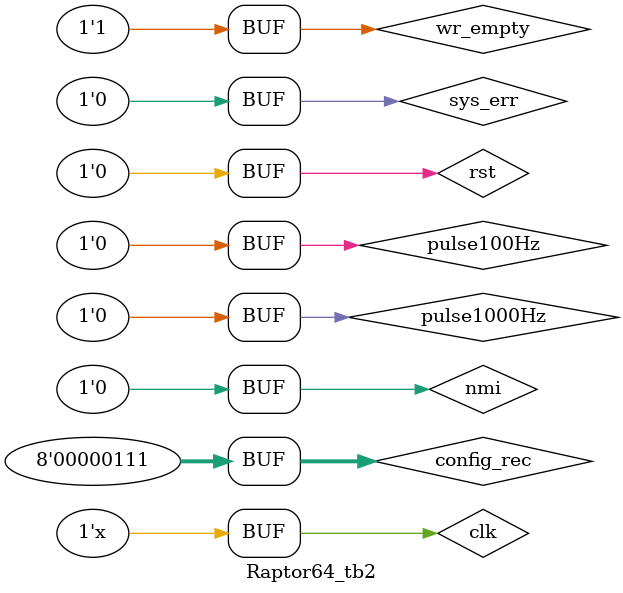
<source format=v>
module Raptor64_tb2();
parameter IDLE = 8'd1;
parameter DOCMD = 8'd2;

reg clk;
reg rst;
reg nmi;
wire sys_iocyc;
wire sys_cyc;
wire sys_stb;
wire sys_we;
wire [7:0] sys_sel;
wire [63:0] sys_adr;
wire [63:0] sys_dbo;
wire [63:0] sys_dbi;
wire sys_ack;
wire sys_err = 1'b0;
reg [7:0] cnt;
wire wr_empty = 1'b1;
wire wr_full;
reg [63:0] romout;
wire stk_ack;
wire scr_ack;
wire br_ack;
wire [63:0] br_dato;
wire [63:0] stk_dato;
wire [63:0] scr_dato;
wire [15:0] tc_dato;
wire [15:0] pic_dato;
wire tc_ack;
wire pic_ack;
reg pulse1000Hz,pulse100Hz;
wire [7:0] config_rec;
reg [7:0] config_reco;
//wire sm_ack;
wire [7:0] sm_dato;
wire [8:0] vecno;
wire [2:0] cpu_cti;

wire uart_ack = sys_iocyc && sys_stb && (sys_adr[23:8]==16'hDC_0A);
wire rast_ack = sys_iocyc && sys_stb && (sys_adr[23:8]==16'hDA_01);
wire AC97_ack = sys_iocyc && sys_stb && (sys_adr[23:8]==16'hDC_10);
wire spr_ack =  sys_iocyc && sys_stb && (sys_adr[23:16]==8'hD8);
wire Led_ack =  sys_iocyc && sys_stb && (sys_adr[23:8]==16'hDC_06);
wire dt_ack  =  sys_iocyc && sys_stb && (sys_adr[23:8]==16'hDC_04);
wire p100ack =  sys_iocyc && sys_stb && (sys_adr[23:0]==24'hDCFFFC);
wire p1000ack =  sys_iocyc && sys_stb && (sys_adr[23:0]==24'hDCFFFD);
wire config_rec_ack = sys_iocyc && sys_stb && sys_adr[23:3]==21'b1101_1100_1111_1111_1111_0;
wire perr_ack = sys_iocyc && sys_stb && sys_adr[23:0]==24'hDCFFFE;
wire tmp_ack = sys_iocyc && sys_stb && (sys_adr[23:8]==16'hDC03);
wire sm_ack =  sys_iocyc && sys_stb && (sys_adr[23:16]==8'hDB);
wire mmu_ack = sys_iocyc && sys_stb && (sys_adr[23:12]==12'hDC4);

//assign ram_ack = sys_cyc && sys_stb && (sys_adr[63:32]==32'd1);

assign config_rec = 8'b0000_0111;

always @(config_rec_ack)
	config_reco <= config_rec_ack ? config_rec : 8'd0;

wire cs_ram = sys_cyc && sys_stb && (sys_adr[63:32]==32'd1);
reg [63:0] sysram [0:16000];
always @(posedge clk)
if (cs_ram & sys_we) begin
	$display("Wrote ram[%h]=%h", sys_adr, sys_dbo);
	sysram[sys_adr[15:3]] <= sys_dbo;
end
wire [63:0] ramo = cs_ram ? sysram[sys_adr[15:3]] : 64'd0;
reg ack1,ack2,ack3,ack4,ack5,ack6,ack7,ack8;
always @(posedge clk)
begin
	ack1 <= cs_ram;
	ack2 <= ack1 & cs_ram;
	ack3 <= ack2 & cs_ram;
	ack4 <= ack3 & cs_ram;
	ack5 <= ack4 & cs_ram;
	ack6 <= ack5 & cs_ram;
	ack7 <= ack6 & cs_ram;
	ack8 <= ack7 & cs_ram;
end
wire ram_ack = cs_ram & ack8;

assign sys_ack = br_ack|stk_ack|scr_ack|tc_ack|pic_ack|ram_ack|uart_ack|rast_ack|
	AC97_ack|spr_ack|Led_ack|dt_ack|
	p100ack|p1000ack|config_rec_ack|tmp_ack|perr_ack|sm_ack|mmu_ack;
 
initial begin
	clk = 1;
	pulse1000Hz = 0;
	pulse100Hz = 0;
	rst = 0;
	nmi = 0;
	#100 rst = 1;
	#100 rst = 0;
	#800 nmi = 1;
	#100 nmi = 0;
end

always #20 clk = ~clk;	//  25 MHz
always #29930 pulse1000Hz = 1;
always #130 pulse1000Hz = 0;
always #299030 pulse100Hz = 1;
always #130 pulse100Hz = 0;


reg pulse1000HzB,pulse100HzB;
always @(posedge clk)
if (rst) begin
	pulse1000HzB <= 1'b0;
	pulse100HzB <= 1'b0;
end
else begin
	if (pulse1000Hz)
		pulse1000HzB <= 1'b1;
	else begin
	if (p1000ack)
		pulse1000HzB <= 1'b0;
	end
	if (pulse100Hz)
		pulse100HzB <= 1'b1;
	else begin
	if (p100ack)
		pulse100HzB <= 1'b0;
	end
end

sema_mem usm
(
	.rst_i(rst),
	.clk_i(clk),
	.cyc_i(sys_iocyc),
	.stb_i(sys_stb),
	.ack_o(sm_ack),
	.we_i(sys_we),
	.adr_i(sys_adr[23:0]),
	.dat_i(sys_dbo[7:0]),
	.dat_o(sm_dato)
);


rtfTextController tc1
(
	.rst_i(rst),
	.clk_i(clk),
	.cyc_i(sys_iocyc),
	.stb_i(sys_stb),
	.ack_o(tc_ack),
	.we_i(sys_we),
	.sel_i(sys_sel[1:0]|sys_sel[3:2]|sys_sel[5:4]|sys_sel[7:6]),
	.adr_i(sys_adr),
	.dat_i(sys_dbo[15:0]),
	.dat_o(tc_dato),
	.lp(),
	.curpos(),
	.vclk(),
	.hsync(),
	.vsync(),
	.blank(),
	.border(),
	.rgbIn(),
	.rgbOut()
);

scratchmem u_sc
(
	.clk_i(clk),
	.cyc_i(sys_cyc),
	.stb_i(sys_stb),
	.ack_o(scr_ack),
	.we_i(sys_we),
	.sel_i(sys_sel),
	.adr_i(sys_adr),
	.dat_i(sys_dbo),
	.dat_o(scr_dato)
);

stkmem u_stk
(
	.clk_i(clk),
	.cyc_i(sys_cyc),
	.stb_i(sys_stb),
	.ack_o(stk_ack),
	.we_i(sys_we),
	.adr_i(sys_adr),
	.dat_i(sys_dbo),
	.dat_o(stk_dato)
);

bootrom u_br
(
	.clk_i(clk),
	.cti_i(cpu_cti),
	.cyc_i(sys_cyc),
	.stb_i(sys_stb),
	.ack_o(br_ack),
	.adr_i(sys_adr),
	.dat_o(br_dato)
);


RaptorPIC u_pic
(
	.rst_i(rst),		// reset
	.clk_i(clk),	// system clock
	.cyc_i(sys_iocyc),	// cycle valid
	.stb_i(sys_stb),	// strobe
	.ack_o(pic_ack),	// transfer acknowledge
	.we_i(sys_we),		// write
	.sel_i(sys_sel[1:0]|sys_sel[3:2]|sys_sel[5:4]|sys_sel[7:6]),			// byte select
	.adr_i(sys_adr),	// address
	.dat_i(sys_dbo[15:0]),
	.dat_o(pic_dato),
	.vol_o(),			// volatile register selected
	.i1(),
	.i2(pulse1000HzB),
	.i3(pulse100HzB),
	.i4(), .i5(), .i6(), .i7(),
	.i8(), .i9(), .i10(), .i11(), .i12(), .i13(), .i14(),
	.i15(),
	.irqo(cpu_irq),	// normally connected to the processor irq
	.nmii(nmi),		// nmi input connected to nmi requester
	.nmio(cpu_nmi),	// normally connected to the nmi of cpu
	.vecno(vecno)
);



reg [63:0] keybdout;
always @(sys_adr)
	if (sys_adr==24'hDC_0000) begin
		$display ("keyboard=FF");
		keybdout <= 64'hFFFF_FFFF_FFFF_FFFF;
	end
	else
		keybdout <= 64'd0;
	
always @(sys_adr)
case(sys_adr)// | 64'hFFFF_FFFF_FFFF_0000)
64'hFFFFFFFFFFFFE800:	romout <= 64'h000030000000000A;
64'hFFFFFFFFFFFFE808:	romout <= 64'h0BEFFFEFFF800000;
64'hFFFFFFFFFFFFE810:	romout <= 64'hFFE920C7FFFFFA66;
64'hFFFFFFFFFFFFE818:	romout <= 64'h0000000004031FFF;
64'hFFFFFFFFFFFFE820:	romout <= 64'h001050A3000000CE;
64'hFFFFFFFFFFFFE828:	romout <= 64'h1080600041462018;
64'hFFFFFFFFFFFFE830:	romout <= 64'h001058A300000020;
64'hFFFFFFFFFFFFE838:	romout <= 64'h1080400041662018;
64'hFFFFFFFFFFFFE840:	romout <= 64'h0002210804000416;
64'hFFFFFFFFFFFFE848:	romout <= 64'h0000000000DBE218;
64'hFFFFFFFFFFFFE850:	romout <= 64'hFFEBD10806000414;
64'hFFFFFFFFFFFFE858:	romout <= 64'h0C7FFFFFAE131FFF;
64'hFFFFFFFFFFFFE860:	romout <= 64'h0010618800000416;
64'hFFFFFFFFFFFFE868:	romout <= 64'h0A1FFFFE90062000;
64'hFFFFFFFFFFFFE870:	romout <= 64'hFFEF94E1FFFFFFFF;
64'hFFFFFFFFFFFFE878:	romout <= 64'h00802000AA831FFF;
64'hFFFFFFFFFFFFE880:	romout <= 64'h50C842F840000129;
64'hFFFFFFFFFFFFE888:	romout <= 64'h008400008A9285D9;
64'hFFFFFFFFFFFFE890:	romout <= 64'h72EA6008400009A9;
64'hFFFFFFFFFFFFE898:	romout <= 64'h00840000929287FB;
64'hFFFFFFFFFFFFE8A0:	romout <= 64'hFFF2440840000A29;
64'hFFFFFFFFFFFFE8A8:	romout <= 64'h2F80000002A33FFF;
64'hFFFFFFFFFFFFE8B0:	romout <= 64'h00000C3FBC000018;
64'hFFFFFFFFFFFFE8B8:	romout <= 64'h0A2FFFFE8F09FD00;
64'hFFFFFFFFFFFFE8C0:	romout <= 64'h0003210082000000;
64'hFFFFFFFFFFFFE8C8:	romout <= 64'h0C7FFFFFA58BE100;
64'hFFFFFFFFFFFFE8D0:	romout <= 64'hFFFE282884000001;
64'hFFFFFFFFFFFFE8D8:	romout <= 64'h27740000003BE007;
64'hFFFFFFFFFFFFE8E0:	romout <= 64'h000000DFBE000018;
64'hFFFFFFFFFFFFE8E8:	romout <= 64'h37800000000DE000;
64'hFFFFFFFFFFFFE8F0:	romout <= 64'h6F57206F6C6C6548;
64'hFFFFFFFFFFFFE8F8:	romout <= 64'h0000000021646C72;
64'hFFFFFFFFFFFFE900:	romout <= 64'h3436726F74706152;
64'hFFFFFFFFFFFFE908:	romout <= 64'h206D657473797320;
64'hFFFFFFFFFFFFE910:	romout <= 64'h676E697472617473;
64'hFFFFFFFFFFFFE918:	romout <= 64'h000000002E2E2E2E;
64'hFFFFFFFFFFFFE920:	romout <= 64'h703FC8A1FFFF8007;
64'hFFFFFFFFFFFFE928:	romout <= 64'h0DFBE0000009200F;
64'hFFFFFFFFFFFFE930:	romout <= 64'h0000003FBC000008;
64'hFFFFFFFFFFFFE938:	romout <= 64'h0A1FFDC0A0067E18;
64'hFFFFFFFFFFFFE940:	romout <= 64'h0000060046000001;
64'hFFFFFFFFFFFFE948:	romout <= 64'h2F8C000000814318;
64'hFFFFFFFFFFFFE950:	romout <= 64'h0000011F86000000;
64'hFFFFFFFFFFFFE958:	romout <= 64'h0DFBE00000880108;
64'hFFFFFFFFFFFFE960:	romout <= 64'h0000203FBC000010;
64'hFFFFFFFFFFFFE968:	romout <= 64'h19F8600000067E10;
64'hFFFFFFFFFFFFE970:	romout <= 64'h000004A3FFDC0A00;
64'hFFFFFFFFFFFFE978:	romout <= 64'h0508400004080310;
64'hFFFFFFFFFFFFE980:	romout <= 64'h000002F881FFFFA8;
64'hFFFFFFFFFFFFE988:	romout <= 64'h11F8600000090308;
64'hFFFFFFFFFFFFE990:	romout <= 64'h0000411F84000008;
64'hFFFFFFFFFFFFE998:	romout <= 64'h1800000045037EF8;
64'hFFFFFFFFFFFFE9A0:	romout <= 64'h0000058000000451;
64'hFFFFFFFFFFFFE9A8:	romout <= 64'h1800200041A28400;
64'hFFFFFFFFFFFFE9B0:	romout <= 64'h000060DFBE000000;
64'hFFFFFFFFFFFFE9B8:	romout <= 64'h27F000000070FEF0;
64'hFFFFFFFFFFFFE9C0:	romout <= 64'h00003D2802000450;
64'hFFFFFFFFFFFFE9C8:	romout <= 64'h0A30000044014108;
64'hFFFFFFFFFFFFE9D0:	romout <= 64'h700000E300000000;
64'hFFFFFFFFFFFFE9D8:	romout <= 64'h24801DC000282017;
64'hFFFFFFFFFFFFE9E0:	romout <= 64'h000005A8C2200010;
64'hFFFFFFFFFFFFE9E8:	romout <= 64'h0504200000F0A108;
64'hFFFFFFFFFFFFE9F0:	romout <= 64'h0011458002000450;
64'hFFFFFFFFFFFFE9F8:	romout <= 64'h2F8440001094A010;
64'hFFFFFFFFFFFFEA00:	romout <= 64'h00003C2884000001;
64'hFFFFFFFFFFFFEA08:	romout <= 64'h1800400045114210;
64'hFFFFFFFFFFFFEA10:	romout <= 64'h0000627700000007;
64'hFFFFFFFFFFFFEA18:	romout <= 64'h0DFBE0000000BEF0;
64'hFFFFFFFFFFFFEA20:	romout <= 64'h000001800200041A;
64'hFFFFFFFFFFFFEA28:	romout <= 64'h03FBC00001037EF8;
64'hFFFFFFFFFFFFEA30:	romout <= 64'h0011467F00000006;
64'hFFFFFFFFFFFFEA38:	romout <= 64'h128020004504A010;
64'hFFFFFFFFFFFFEA40:	romout <= 64'h000002F844000148;
64'hFFFFFFFFFFFFEA48:	romout <= 64'h1A8C410000528C00;
64'hFFFFFFFFFFFFEA50:	romout <= 64'h00003C2884000001;
64'hFFFFFFFFFFFFEA58:	romout <= 64'h1800400045114210;
64'hFFFFFFFFFFFFEA60:	romout <= 64'h0000427700000006;
64'hFFFFFFFFFFFFEA68:	romout <= 64'h0A1FFFFFFFF37EF8;
64'hFFFFFFFFFFFFEA70:	romout <= 64'h0000427700000006;
64'hFFFFFFFFFFFFEA78:	romout <= 64'h1280200045137EF8;
64'hFFFFFFFFFFFFEA80:	romout <= 64'h0002A12804000450;
64'hFFFFFFFFFFFFEA88:	romout <= 64'h0A100000001BE110;
64'hFFFFFFFFFFFFEA90:	romout <= 64'h400028DFBE000000;
64'hFFFFFFFFFFFFEA98:	romout <= 64'h0DFBE00000004108;
64'hFFFFFFFFFFFFEAA0:	romout <= 64'h0000083FBC000010;
64'hFFFFFFFFFFFFEAA8:	romout <= 64'h0A2FFDC00009FD00;
64'hFFFFFFFFFFFFEAB0:	romout <= 64'h0000060082000000;
64'hFFFFFFFFFFFFEAB8:	romout <= 64'h20080000002BE100;
64'hFFFFFFFFFFFFEAC0:	romout <= 64'h00106850420000FF;
64'hFFFFFFFFFFFFEAC8:	romout <= 64'h2F8800000C840010;
64'hFFFFFFFFFFFFEAD0:	romout <= 64'hFFED4AC04514000D;
64'hFFFFFFFFFFFFEAD8:	romout <= 64'h2774000000231FFF;
64'hFFFFFFFFFFFFEAE0:	romout <= 64'h000060DFBE000010;
64'hFFFFFFFFFFFFEAE8:	romout <= 64'h27F400000030FEF0;
64'hFFFFFFFFFFFFEAF0:	romout <= 64'h0000051802000400;
64'hFFFFFFFFFFFFEAF8:	romout <= 64'h1980200040008108;
64'hFFFFFFFFFFFFEB00:	romout <= 64'h000378A2FFD00000;
64'hFFFFFFFFFFFFEB08:	romout <= 64'h0284200000142208;
64'hFFFFFFFFFFFFEB10:	romout <= 64'hFC000188820000DE;
64'hFFFFFFFFFFFFEB18:	romout <= 64'h1180200040042007;
64'hFFFFFFFFFFFFEB20:	romout <= 64'h400100504200007F;
64'hFFFFFFFFFFFFEB28:	romout <= 64'h0C7FFFFFACEB2100;
64'hFFFFFFFFFFFFEB30:	romout <= 64'h0000627740000003;
64'hFFFFFFFFFFFFEB38:	romout <= 64'h03FBC00002037EF8;
64'hFFFFFFFFFFFFEB40:	romout <= 64'hFFED0A7F40000007;
64'hFFFFFFFFFFFFEB48:	romout <= 64'h0284201000031FFF;
64'hFFFFFFFFFFFFEB50:	romout <= 64'h0000050844000000;
64'hFFFFFFFFFFFFEB58:	romout <= 64'h188440000000A210;
64'hFFFFFFFFFFFFEB60:	romout <= 64'h0003211804000408;
64'hFFFFFFFFFFFFEB68:	romout <= 64'h10806000414BE110;
64'hFFFFFFFFFFFFEB70:	romout <= 64'h0010218886000000;
64'hFFFFFFFFFFFFEB78:	romout <= 64'h2774000000766008;
64'hFFFFFFFFFFFFEB80:	romout <= 64'h0000A0DFBE000020;
64'hFFFFFFFFFFFFEB88:	romout <= 64'h27F4000000F0FEF0;
64'hFFFFFFFFFFFFEB90:	romout <= 64'h000C00A100000554;
64'hFFFFFFFFFFFFEB98:	romout <= 64'h0104420001828800;
64'hFFFFFFFFFFFFEBA0:	romout <= 64'hA4A4A41004400009;
64'hFFFFFFFFFFFFEBA8:	romout <= 64'h0A300200000284A4;
64'hFFFFFFFFFFFFEBB0:	romout <= 64'h000000E300000001;
64'hFFFFFFFFFFFFEBB8:	romout <= 64'h028C600000464308;
64'hFFFFFFFFFFFFEBC0:	romout <= 64'h00003EF805FFFFAF;
64'hFFFFFFFFFFFFEBC8:	romout <= 64'h0DFBE0000289DD00;
64'hFFFFFFFFFFFFEBD0:	romout <= 64'h00003C3FBC000028;
64'hFFFFFFFFFFFFEBD8:	romout <= 64'h0A3FFDA00009FD00;
64'hFFFFFFFFFFFFEBE0:	romout <= 64'h00000908C2000000;
64'hFFFFFFFFFFFFEBE8:	romout <= 64'h0104420001842310;
64'hFFFFFFFFFFFFEBF0:	romout <= 64'h001050A100000020;
64'hFFFFFFFFFFFFEBF8:	romout <= 64'h0C7FFFFFB3242020;
64'hFFFFFFFFFFFFEC00:	romout <= 64'h000000A3FFD00000;
64'hFFFFFFFFFFFFEC08:	romout <= 64'h188C801000062308;
64'hFFFFFFFFFFFFEC10:	romout <= 64'hFFFEBC28C6000002;
64'hFFFFFFFFFFFFEC18:	romout <= 64'h2774000000FBE017;
64'hFFFFFFFFFFFFEC20:	romout <= 64'h0000A0DFBE000028;
64'hFFFFFFFFFFFFEC28:	romout <= 64'h27F4000000F0FEF0;
64'hFFFFFFFFFFFFEC30:	romout <= 64'h000000A3FFDA0000;
64'hFFFFFFFFFFFFEC38:	romout <= 64'h108C400000242308;
64'hFFFFFFFFFFFFEC40:	romout <= 64'h8000141044200018;
64'hFFFFFFFFFFFFEC48:	romout <= 64'h0A3FFD0000004208;
64'hFFFFFFFFFFFFEC50:	romout <= 64'h000001A8C2400001;
64'hFFFFFFFFFFFFEC58:	romout <= 64'h028C600000262320;
64'hFFFFFFFFFFFFEC60:	romout <= 64'h680002F805FFFF8F;
64'hFFFFFFFFFFFFEC68:	romout <= 64'h108C200000228FFF;
64'hFFFFFFFFFFFFEC70:	romout <= 64'hFFEC843842000001;
64'hFFFFFFFFFFFFEC78:	romout <= 64'h2774000000F31FFF;
64'hFFFFFFFFFFFFEC80:	romout <= 64'h000060DFBE000028;
64'hFFFFFFFFFFFFEC88:	romout <= 64'h27F000000070FEF0;
64'hFFFFFFFFFFFFEC90:	romout <= 64'h000000A3FFDA0000;
64'hFFFFFFFFFFFFEC98:	romout <= 64'h0108230001842310;
64'hFFFFFFFFFFFFECA0:	romout <= 64'h40000018C6080000;
64'hFFFFFFFFFFFFECA8:	romout <= 64'h0A1000000200A31F;
64'hFFFFFFFFFFFFECB0:	romout <= 64'h00000988C2000000;
64'hFFFFFFFFFFFFECB8:	romout <= 64'h2F80400000F0A318;
64'hFFFFFFFFFFFFECC0:	romout <= 64'h0000627700000007;
64'hFFFFFFFFFFFFECC8:	romout <= 64'h050420000FF37EF8;
64'hFFFFFFFFFFFFECD0:	romout <= 64'h60016AA040180041;
64'hFFFFFFFFFFFFECD8:	romout <= 64'h2B84018007AAC100;
64'hFFFFFFFFFFFFECE0:	romout <= 64'h000182A040080061;
64'hFFFFFFFFFFFFECE8:	romout <= 64'h058420001000C108;
64'hFFFFFFFFFFFFECF0:	romout <= 64'h0003FCDFBE000000;
64'hFFFFFFFFFFFFECF8:	romout <= 64'h2B84014001A14108;
64'hFFFFFFFFFFFFED00:	romout <= 64'h000000284200003C;
64'hFFFFFFFFFFFFED08:	romout <= 64'h1080200041637EF8;
64'hFFFFFFFFFFFFED10:	romout <= 64'h680000504200007F;
64'hFFFFFFFFFFFFED18:	romout <= 64'h208C400000028FFF;
64'hFFFFFFFFFFFFED20:	romout <= 64'h0010601082200018;
64'hFFFFFFFFFFFFED28:	romout <= 64'h0504200007F42008;
64'hFFFFFFFFFFFFED30:	romout <= 64'h0000581082200003;
64'hFFFFFFFFFFFFED38:	romout <= 64'h0188408000092310;
64'hFFFFFFFFFFFFED40:	romout <= 64'h0000002883D00000;
64'hFFFFFFFFFFFFED48:	romout <= 64'h2C84018000D37EF8;
64'hFFFFFFFFFFFFED50:	romout <= 64'h0000018800000418;
64'hFFFFFFFFFFFFED58:	romout <= 64'h2C84038009137EF8;
64'hFFFFFFFFFFFFED60:	romout <= 64'h0000003FBC000008;
64'hFFFFFFFFFFFFED68:	romout <= 64'h1080400041867E10;
64'hFFFFFFFFFFFFED70:	romout <= 64'h000006C080100038;
64'hFFFFFFFFFFFFED78:	romout <= 64'h188040004180A210;
64'hFFFFFFFFFFFFED80:	romout <= 64'h0000211F84000000;
64'hFFFFFFFFFFFFED88:	romout <= 64'h2C84034009037EF8;
64'hFFFFFFFFFFFFED90:	romout <= 64'h0000003FBC000008;
64'hFFFFFFFFFFFFED98:	romout <= 64'h1080400041667E10;
64'hFFFFFFFFFFFFEDA0:	romout <= 64'h000006C0BFE00000;
64'hFFFFFFFFFFFFEDA8:	romout <= 64'h188040004160E210;
64'hFFFFFFFFFFFFEDB0:	romout <= 64'hC0024EF801FFFE8A;
64'hFFFFFFFFFFFFEDB8:	romout <= 64'h03FBC000008B2100;
64'hFFFFFFFFFFFFEDC0:	romout <= 64'h0010619F84000000;
64'hFFFFFFFFFFFFEDC8:	romout <= 64'h2C0BFC0000042010;
64'hFFFFFFFFFFFFEDD0:	romout <= 64'h0010603884000001;
64'hFFFFFFFFFFFFEDD8:	romout <= 64'h2F801FFFD8A62010;
64'hFFFFFFFFFFFFEDE0:	romout <= 64'h000022C840280092;
64'hFFFFFFFFFFFFEDE8:	romout <= 64'h19F840000000FEF0;
64'hFFFFFFFFFFFFEDF0:	romout <= 64'h4000790804000416;
64'hFFFFFFFFFFFFEDF8:	romout <= 64'h02884000001B02FE;
64'hFFFFFFFFFFFFEE00:	romout <= 64'hFFF0298804000416;
64'hFFFFFFFFFFFFEE08:	romout <= 64'h2C840380094BE007;
64'hFFFFFFFFFFFFEE10:	romout <= 64'h0000003FBC000008;
64'hFFFFFFFFFFFFEE18:	romout <= 64'h1080400041867E10;
64'hFFFFFFFFFFFFEE20:	romout <= 64'h001062F880000088;
64'hFFFFFFFFFFFFEE28:	romout <= 64'h2F801FFFB0A62000;
64'hFFFFFFFFFFFFEE30:	romout <= 64'hFFEA298800000416;
64'hFFFFFFFFFFFFEE38:	romout <= 64'h03FBC000030BE007;
64'hFFFFFFFFFFFFEE40:	romout <= 64'h8002667F4000001F;
64'hFFFFFFFFFFFFEE48:	romout <= 64'h0C7FFFFFB42B2100;
64'hFFFFFFFFFFFFEE50:	romout <= 64'h0010601002300009;
64'hFFFFFFFFFFFFEE58:	romout <= 64'h2F8000001CA42008;
64'hFFFFFFFFFFFFEE60:	romout <= 64'h001062C840600008;
64'hFFFFFFFFFFFFEE68:	romout <= 64'h2F8800004C842010;
64'hFFFFFFFFFFFFEE70:	romout <= 64'h0010603884000001;
64'hFFFFFFFFFFFFEE78:	romout <= 64'h0C7FFFFFB4262010;
64'hFFFFFFFFFFFFEE80:	romout <= 64'h0010601002300009;
64'hFFFFFFFFFFFFEE88:	romout <= 64'h108C400000242008;
64'hFFFFFFFFFFFFEE90:	romout <= 64'h00000988C4000000;
64'hFFFFFFFFFFFFEE98:	romout <= 64'h028420000010A318;
64'hFFFFFFFFFFFFEEA0:	romout <= 64'h000000A4FFDA0000;
64'hFFFFFFFFFFFFEEA8:	romout <= 64'h2F84BFFFF4482428;
64'hFFFFFFFFFFFFEEB0:	romout <= 64'hFFFFF8A200000020;
64'hFFFFFFFFFFFFEEB8:	romout <= 64'h2F80000024A62317;
64'hFFFFFFFFFFFFEEC0:	romout <= 64'h000026C04034000A;
64'hFFFFFFFFFFFFEEC8:	romout <= 64'h0C7FFFFFB4204009;
64'hFFFFFFFFFFFFEED0:	romout <= 64'h4000241002300009;
64'hFFFFFFFFFFFFEED8:	romout <= 64'h0C7FFFFFB3204020;
64'hFFFFFFFFFFFFEEE0:	romout <= 64'hFFEF058803D00000;
64'hFFFFFFFFFFFFEEE8:	romout <= 64'h2774000001F31FFF;
64'hFFFFFFFFFFFFEEF0:	romout <= 64'hFFEF44DFBE000030;
64'hFFFFFFFFFFFFEEF8:	romout <= 64'h2774000001F31FFF;
64'hFFFFFFFFFFFFEF00:	romout <= 64'h000080DFBE000030;
64'hFFFFFFFFFFFFEF08:	romout <= 64'h27F400000070FEF0;
64'hFFFFFFFFFFFFEF10:	romout <= 64'h000058A3FFDA0000;
64'hFFFFFFFFFFFFEF18:	romout <= 64'h0284200000182308;
64'hFFFFFFFFFFFFEF20:	romout <= 64'h00106248C2000016;
64'hFFFFFFFFFFFFEF28:	romout <= 64'h0284200000142008;
64'hFFFFFFFFFFFFEF30:	romout <= 64'h0000018802000418;
64'hFFFFFFFFFFFFEF38:	romout <= 64'h2F8440002C682310;
64'hFFFFFFFFFFFFEF40:	romout <= 64'h0010598800000418;
64'hFFFFFFFFFFFFEF48:	romout <= 64'h0284200000142008;
64'hFFFFFFFFFFFFEF50:	romout <= 64'h6800018802000416;
64'hFFFFFFFFFFFFEF58:	romout <= 64'h208C400000228FFF;
64'hFFFFFFFFFFFFEF60:	romout <= 64'h000006F844000146;
64'hFFFFFFFFFFFFEF68:	romout <= 64'h188040004160E210;
64'hFFFFFFFFFFFFEF70:	romout <= 64'h00005908C4000000;
64'hFFFFFFFFFFFFEF78:	romout <= 64'h0104410000542308;
64'hFFFFFFFFFFFFEF80:	romout <= 64'hFFEC2588C2000016;
64'hFFFFFFFFFFFFEF88:	romout <= 64'h2774000000731FFF;
64'hFFFFFFFFFFFFEF90:	romout <= 64'h000060DFBE000020;
64'hFFFFFFFFFFFFEF98:	romout <= 64'h27F400000030DEF0;
64'hFFFFFFFFFFFFEFA0:	romout <= 64'h0000001040200009;
64'hFFFFFFFFFFFFEFA8:	romout <= 64'h028840000014A208;
64'hFFFFFFFFFFFFEFB0:	romout <= 64'hFFED4AF840000088;
64'hFFFFFFFFFFFFEFB8:	romout <= 64'h2F801FFFFAA31FFF;
64'hFFFFFFFFFFFFEFC0:	romout <= 64'h0000627740000003;
64'hFFFFFFFFFFFFEFC8:	romout <= 64'h03FBC00000837EF8;
64'hFFFFFFFFFFFFEFD0:	romout <= 64'hFFEF959FBE000000;
64'hFFFFFFFFFFFFEFD8:	romout <= 64'h11FBE00000031FFF;
64'hFFFFFFFFFFFFEFE0:	romout <= 64'h0000402FBC000008;
64'hFFFFFFFFFFFFEFE8:	romout <= 64'h19F820000000DEF0;
64'hFFFFFFFFFFFFEFF0:	romout <= 64'h0000359FBE000008;
64'hFFFFFFFFFFFFEFF8:	romout <= 64'h0C7FFFFFB5228400;
64'hFFFFFFFFFFFFF000:	romout <= 64'hFFED48A10000000A;
64'hFFFFFFFFFFFFF008:	romout <= 64'h11F8200000031FFF;
64'hFFFFFFFFFFFFF010:	romout <= 64'h0000411FBE000008;
64'hFFFFFFFFFFFFF018:	romout <= 64'h037BC00001037EF8;
64'hFFFFFFFFFFFFF020:	romout <= 64'h0000019FBE000008;
64'hFFFFFFFFFFFFF028:	romout <= 64'h0504200000F67E08;
64'hFFFFFFFFFFFFF030:	romout <= 64'h4000E42042000030;
64'hFFFFFFFFFFFFF038:	romout <= 64'h02042000007AC100;
64'hFFFFFFFFFFFFF040:	romout <= 64'h000000C7FFFFFB52;
64'hFFFFFFFFFFFFF048:	romout <= 64'h11FBE00000847E08;
64'hFFFFFFFFFFFFF050:	romout <= 64'h000040DFBE000010;
64'hFFFFFFFFFFFFF058:	romout <= 64'h27F400000010FEF0;
64'hFFFFFFFFFFFFF060:	romout <= 64'hFFF0181842200004;
64'hFFFFFFFFFFFFF068:	romout <= 64'h0184220000231FFF;
64'hFFFFFFFFFFFFF070:	romout <= 64'h000004C7FFFFFC06;
64'hFFFFFFFFFFFFF078:	romout <= 64'h0DFBE0000109DD00;
64'hFFFFFFFFFFFFF080:	romout <= 64'h0000143FBC000018;
64'hFFFFFFFFFFFFF088:	romout <= 64'h0A3000000079FD00;
64'hFFFFFFFFFFFFF090:	romout <= 64'hFFF0541842400002;
64'hFFFFFFFFFFFFF098:	romout <= 64'h2F80600000F31FFF;
64'hFFFFFFFFFFFFF0A0:	romout <= 64'h0000627740000005;
64'hFFFFFFFFFFFFF0A8:	romout <= 64'h0A10000003A37EF8;
64'hFFFFFFFFFFFFF0B0:	romout <= 64'h400024C7FFFFFB52;
64'hFFFFFFFFFFFFF0B8:	romout <= 64'h0C7FFFFFC2004200;
64'hFFFFFFFFFFFFF0C0:	romout <= 64'h000080A300000007;
64'hFFFFFFFFFFFFF0C8:	romout <= 64'h0C7FFFFFB5228400;
64'hFFFFFFFFFFFFF0D0:	romout <= 64'hFFF0550082000000;
64'hFFFFFFFFFFFFF0D8:	romout <= 64'h0288400000131FFF;
64'hFFFFFFFFFFFFF0E0:	romout <= 64'hFFEFE6F807FFFF2F;
64'hFFFFFFFFFFFFF0E8:	romout <= 64'h03FBC00003033FFF;
64'hFFFFFFFFFFFFF0F0:	romout <= 64'h00002A7F000000FC;
64'hFFFFFFFFFFFFF0F8:	romout <= 64'h0A80000001328800;
64'hFFFFFFFFFFFFF100:	romout <= 64'h800000104430001C;
64'hFFFFFFFFFFFFF108:	romout <= 64'h0194FE000000631F;
64'hFFFFFFFFFFFFF110:	romout <= 64'h0000241908200001;
64'hFFFFFFFFFFFFF118:	romout <= 64'h0194A20000104439;
64'hFFFFFFFFFFFFF120:	romout <= 64'h0000001146500009;
64'hFFFFFFFFFFFFF128:	romout <= 64'h2F811FFFF0F1C108;
64'hFFFFFFFFFFFFF130:	romout <= 64'h0000001909800001;
64'hFFFFFFFFFFFFF138:	romout <= 64'h0110C40000906532;
64'hFFFFFFFFFFFFF140:	romout <= 64'h400024194B800001;
64'hFFFFFFFFFFFFF148:	romout <= 64'h0100A20000904020;
64'hFFFFFFFFFFFFF150:	romout <= 64'h0000C277000000FC;
64'hFFFFFFFFFFFFF158:	romout <= 64'h03FBC00002037EF8;
64'hFFFFFFFFFFFFF160:	romout <= 64'h00003E7F0000009C;
64'hFFFFFFFFFFFFF168:	romout <= 64'h0504400000F2A000;
64'hFFFFFFFFFFFFF170:	romout <= 64'h0000005884000030;
64'hFFFFFFFFFFFFF178:	romout <= 64'h0190840000106217;
64'hFFFFFFFFFFFFF180:	romout <= 64'h00002418CBC00000;
64'hFFFFFFFFFFFFF188:	romout <= 64'h018C640000104429;
64'hFFFFFFFFFFFFF190:	romout <= 64'h80000410C4300009;
64'hFFFFFFFFFFFFF198:	romout <= 64'h2F811FFFECF06108;
64'hFFFFFFFFFFFFF1A0:	romout <= 64'h8000241008100009;
64'hFFFFFFFFFFFFF1A8:	romout <= 64'h2770000009C04018;
64'hFFFFFFFFFFFFF1B0:	romout <= 64'h0000E0DFBE000020;
64'hFFFFFFFFFFFFF1B8:	romout <= 64'h27F400007C40FEF0;
64'hFFFFFFFFFFFFF1C0:	romout <= 64'hFFF0E81004B00009;
64'hFFFFFFFFFFFFF1C8:	romout <= 64'h01004A0000931FFF;
64'hFFFFFFFFFFFFF1D0:	romout <= 64'h000004C7FFFFFC56;
64'hFFFFFFFFFFFFF1D8:	romout <= 64'h0A8000000072A400;
64'hFFFFFFFFFFFFF1E0:	romout <= 64'h0000001A4E180000;
64'hFFFFFFFFFFFFF1E8:	romout <= 64'h029CE0000040A738;
64'hFFFFFFFFFFFFF1F0:	romout <= 64'hC0004050460000FF;
64'hFFFFFFFFFFFFF1F8:	romout <= 64'h018424000016A758;
64'hFFFFFFFFFFFFF200:	romout <= 64'h400026F811FFFF0F;
64'hFFFFFFFFFFFFF208:	romout <= 64'h2F813FFFECF04010;
64'hFFFFFFFFFFFFF210:	romout <= 64'hFFF1581014100009;
64'hFFFFFFFFFFFFF218:	romout <= 64'h0A80000000331FFF;
64'hFFFFFFFFFFFFF220:	romout <= 64'hC0004050460000FF;
64'hFFFFFFFFFFFFF228:	romout <= 64'h018424000016A858;
64'hFFFFFFFFFFFFF230:	romout <= 64'h000052F811FFFF8F;
64'hFFFFFFFFFFFFF238:	romout <= 64'h277400007C460B00;
64'hFFFFFFFFFFFFF240:	romout <= 64'hFFBFE0DFBE000038;
64'hFFFFFFFFFFFFF248:	romout <= 64'h1800000041A2FBFF;
64'hFFFFFFFFFFFFF250:	romout <= 64'h000090C7FFFFFBF9;
64'hFFFFFFFFFFFFF258:	romout <= 64'h0C7FFFFFB5228400;
64'hFFFFFFFFFFFFF260:	romout <= 64'h0FFFFCC7FFFFFA8A;
64'hFFFFFFFFFFFFF268:	romout <= 64'h2C04018000DB0100;
64'hFFFFFFFFFFFFF270:	romout <= 64'hFFFE28C7FFFFFB52;
64'hFFFFFFFFFFFFF278:	romout <= 64'h18800000418BE007;
64'hFFFFFFFFFFFFF280:	romout <= 64'hC00024C7FFFFFB42;
64'hFFFFFFFFFFFFF288:	romout <= 64'h108C200000004100;
64'hFFFFFFFFFFFFF290:	romout <= 64'hFFECF428C6000002;
64'hFFFFFFFFFFFFF298:	romout <= 64'h2C84020002431FFF;
64'hFFFFFFFFFFFFF2A0:	romout <= 64'h00000908C2000000;
64'hFFFFFFFFFFFFF2A8:	romout <= 64'h0C7FFFFFB3D0A318;
64'hFFFFFFFFFFFFF2B0:	romout <= 64'h000112C04130003A;
64'hFFFFFFFFFFFFF2B8:	romout <= 64'h2C075500042B0106;
64'hFFFFFFFFFFFFF2C0:	romout <= 64'h800132C04154004A;
64'hFFFFFFFFFFFFF2C8:	romout <= 64'h2C04050003FB0109;
64'hFFFFFFFFFFFFF2D0:	romout <= 64'hFFEEAAC040080043;
64'hFFFFFFFFFFFFF2D8:	romout <= 64'h108C2000000BE007;
64'hFFFFFFFFFFFFF2E0:	romout <= 64'hFFECF428C6000002;
64'hFFFFFFFFFFFFF2E8:	romout <= 64'h2C87F64004C31FFF;
64'hFFFFFFFFFFFFF2F0:	romout <= 64'h00000908C2000000;
64'hFFFFFFFFFFFFF2F8:	romout <= 64'h0C7FFFFFB3D0A318;
64'hFFFFFFFFFFFFF300:	romout <= 64'hFFEBD2C87F440053;
64'hFFFFFFFFFFFFF308:	romout <= 64'h2F801FFFA2A31FFF;
64'hFFFFFFFFFFFFF310:	romout <= 64'hFFEF94A1FFFFF320;
64'hFFFFFFFFFFFFF318:	romout <= 64'h2F801FFF9AA31FFF;
64'hFFFFFFFFFFFFF320:	romout <= 64'h70736944203D203F;
64'hFFFFFFFFFFFFF328:	romout <= 64'h706C65682079616C;
64'hFFFFFFFFFFFFF330:	romout <= 64'h203D20534C430A0D;
64'hFFFFFFFFFFFFF338:	romout <= 64'h6373207261656C63;
64'hFFFFFFFFFFFFF340:	romout <= 64'h203A0A0D6E656572;
64'hFFFFFFFFFFFFF348:	romout <= 64'h6D2074696445203D;
64'hFFFFFFFFFFFFF350:	romout <= 64'h79622079726F6D65;
64'hFFFFFFFFFFFFF358:	romout <= 64'h3D204C0A0D736574;
64'hFFFFFFFFFFFFF360:	romout <= 64'h31532064616F4C20;
64'hFFFFFFFFFFFFF368:	romout <= 64'h0A0D656C69662039;
64'hFFFFFFFFFFFFF370:	romout <= 64'h706D7544203D2044;
64'hFFFFFFFFFFFFF378:	romout <= 64'h0D79726F6D656D20;
64'hFFFFFFFFFFFFF380:	romout <= 64'h617473203D20420A;
64'hFFFFFFFFFFFFF388:	romout <= 64'h20796E6974207472;
64'hFFFFFFFFFFFFF390:	romout <= 64'h4A0A0D6369736162;
64'hFFFFFFFFFFFFF398:	romout <= 64'h20706D754A203D20;
64'hFFFFFFFFFFFFF3A0:	romout <= 64'h0D65646F63206F74;
64'hFFFFFFFFFFFFF3A8:	romout <= 64'hFFFFFFFFFFFF000A;
64'hFFFFFFFFFFFFF3B0:	romout <= 64'h0000003FBC000008;
64'hFFFFFFFFFFFFF3B8:	romout <= 64'h108C200000067EF8;
64'hFFFFFFFFFFFFF3C0:	romout <= 64'hFFECF428C6000002;
64'hFFFFFFFFFFFFF3C8:	romout <= 64'h2C07FF0002031FFF;
64'hFFFFFFFFFFFFF3D0:	romout <= 64'h00000038C6000002;
64'hFFFFFFFFFFFFF3D8:	romout <= 64'h0DFBE00000847EF8;
64'hFFFFFFFFFFFFF3E0:	romout <= 64'hFFF474C7FFFFFCEC;
64'hFFFFFFFFFFFFF3E8:	romout <= 64'h0104050000931FFF;
64'hFFFFFFFFFFFFF3F0:	romout <= 64'hFFF3B0A400000007;
64'hFFFFFFFFFFFFF3F8:	romout <= 64'h0C7FFFFFD1D31FFF;
64'hFFFFFFFFFFFFF400:	romout <= 64'h0000058142000000;
64'hFFFFFFFFFFFFF408:	romout <= 64'h2F809FFFFAF0A528;
64'hFFFFFFFFFFFFF410:	romout <= 64'hFFF3B2F801FFF1AA;
64'hFFFFFFFFFFFFF418:	romout <= 64'h0C7FFFFFD1D31FFF;
64'hFFFFFFFFFFFFF420:	romout <= 64'h0000001040300009;
64'hFFFFFFFFFFFFF428:	romout <= 64'h2F801FFF12A343F8;
64'hFFFFFFFFFFFFF430:	romout <= 64'hFFF474C7FFFFFCEC;
64'hFFFFFFFFFFFFF438:	romout <= 64'h0104020000931FFF;
64'hFFFFFFFFFFFFF440:	romout <= 64'hFFF0A8C7FFFFFBF9;
64'hFFFFFFFFFFFFF448:	romout <= 64'h0C7FFFFFC2A31FFF;
64'hFFFFFFFFFFFFF450:	romout <= 64'hFFF0A8C7FFFFFC2A;
64'hFFFFFFFFFFFFF458:	romout <= 64'h0C7FFFFFC2A31FFF;
64'hFFFFFFFFFFFFF460:	romout <= 64'hFFF0A8C7FFFFFC2A;
64'hFFFFFFFFFFFFF468:	romout <= 64'h0C7FFFFFC2A31FFF;
64'hFFFFFFFFFFFFF470:	romout <= 64'h000062F801FFEEAA;
64'hFFFFFFFFFFFFF478:	romout <= 64'h27F4000000A0FEF0;
64'hFFFFFFFFFFFFF480:	romout <= 64'h00003CA200000000;
64'hFFFFFFFFFFFFF488:	romout <= 64'h108C200000029000;
64'hFFFFFFFFFFFFF490:	romout <= 64'hFFECF428C6000002;
64'hFFFFFFFFFFFFF498:	romout <= 64'h0C7FFFFFD3231FFF;
64'hFFFFFFFFFFFFF4A0:	romout <= 64'h800002C0401BFFFF;
64'hFFFFFFFFFFFFF4A8:	romout <= 64'h0504200000F06210;
64'hFFFFFFFFFFFFF4B0:	romout <= 64'hFFFB3C1082200009;
64'hFFFFFFFFFFFFF4B8:	romout <= 64'h01080100009BE027;
64'hFFFFFFFFFFFFF4C0:	romout <= 64'h000062774000000A;
64'hFFFFFFFFFFFFF4C8:	romout <= 64'h2A04054003037EF8;
64'hFFFFFFFFFFFFF4D0:	romout <= 64'h0000C2B840100039;
64'hFFFFFFFFFFFFF4D8:	romout <= 64'h0DFBE0000000E108;
64'hFFFFFFFFFFFFF4E0:	romout <= 64'h60011AA040340041;
64'hFFFFFFFFFFFFF4E8:	romout <= 64'h03842000041AE100;
64'hFFFFFFFFFFFFF4F0:	romout <= 64'h000000284200000A;
64'hFFFFFFFFFFFFF4F8:	romout <= 64'h2A04024006137EF8;
64'hFFFFFFFFFFFFF500:	romout <= 64'h000186B840140066;
64'hFFFFFFFFFFFFF508:	romout <= 64'h0284200000A0E108;
64'hFFFFFFFFFFFFF510:	romout <= 64'hFFFFFCDFBE000000;
64'hFFFFFFFFFFFFF518:	romout <= 64'h0DFBE000000287FF;
64'hFFFFFFFFFFFFF520:	romout <= 64'hFFF782F80000008A;
64'hFFFFFFFFFFFFF528:	romout <= 64'h2C84004000A31FFF;
64'hFFFFFFFFFFFFF530:	romout <= 64'h500068C7FFFFFDE0;
64'hFFFFFFFFFFFFF538:	romout <= 64'h2C87FF40053B01F4;
64'hFFFFFFFFFFFFF540:	romout <= 64'h9000C0C7FFFFFDE0;
64'hFFFFFFFFFFFFF548:	romout <= 64'h2987FE40039A01FF;
64'hFFFFFFFFFFFFF550:	romout <= 64'hFFF7801040400009;
64'hFFFFFFFFFFFFF558:	romout <= 64'h0C7FFFFFD3231FFF;
64'hFFFFFFFFFFFFF560:	romout <= 64'hFFF7801040200009;
64'hFFFFFFFFFFFFF568:	romout <= 64'h0C7FFFFFD3231FFF;
64'hFFFFFFFFFFFFF570:	romout <= 64'h8000241884200000;
64'hFFFFFFFFFFFFF578:	romout <= 64'h0108230000904208;
64'hFFFFFFFFFFFFF580:	romout <= 64'h9000C6C13FA40030;
64'hFFFFFFFFFFFFF588:	romout <= 64'h2C100B00032B0402;
64'hFFFFFFFFFFFFF590:	romout <= 64'h5000D6C100A80033;
64'hFFFFFFFFFFFFF598:	romout <= 64'h2C100B40037B04FE;
64'hFFFFFFFFFFFFF5A0:	romout <= 64'h1000E6C100B40038;
64'hFFFFFFFFFFFFF5A8:	romout <= 64'h2F801FFFC2AB0403;
64'hFFFFFFFFFFFFF5B0:	romout <= 64'h00000450C60000FF;
64'hFFFFFFFFFFFFF5B8:	romout <= 64'h0C7FFFFFDE00E318;
64'hFFFFFFFFFFFFF5C0:	romout <= 64'h800000C7FFFFFD32;
64'hFFFFFFFFFFFFF5C8:	romout <= 64'h0108220000906210;
64'hFFFFFFFFFFFFF5D0:	romout <= 64'hFFF4C8C7FFFFFDE0;
64'hFFFFFFFFFFFFF5D8:	romout <= 64'h0188420000031FFF;
64'hFFFFFFFFFFFFF5E0:	romout <= 64'h0000001082200009;
64'hFFFFFFFFFFFFF5E8:	romout <= 64'h0294A00000160510;
64'hFFFFFFFFFFFFF5F0:	romout <= 64'hFFF782F807FFFE4F;
64'hFFFFFFFFFFFFF5F8:	romout <= 64'h0C7FFFFFD3231FFF;
64'hFFFFFFFFFFFFF600:	romout <= 64'h8000241884200000;
64'hFFFFFFFFFFFFF608:	romout <= 64'h0C7FFFFFDE004208;
64'hFFFFFFFFFFFFF610:	romout <= 64'h800000C7FFFFFD32;
64'hFFFFFFFFFFFFF618:	romout <= 64'h0108220000906210;
64'hFFFFFFFFFFFFF620:	romout <= 64'hFFF676F801FFF82A;
64'hFFFFFFFFFFFFF628:	romout <= 64'h2F801FFFC8A31FFF;
64'hFFFFFFFFFFFFF630:	romout <= 64'hFFF028C7FFFFFDA5;
64'hFFFFFFFFFFFFF638:	romout <= 64'h0C7FFFFFDADBE007;
64'hFFFFFFFFFFFFF640:	romout <= 64'hFFF6B6F801FFFB8A;
64'hFFFFFFFFFFFFF648:	romout <= 64'h1980A00000031FFF;
64'hFFFFFFFFFFFFF650:	romout <= 64'hFFF696F801FFDFAA;
64'hFFFFFFFFFFFFF658:	romout <= 64'h1980A00000031FFF;
64'hFFFFFFFFFFFFF660:	romout <= 64'hFFF676F801FFDF2A;
64'hFFFFFFFFFFFFF668:	romout <= 64'h1980A00000031FFF;
64'hFFFFFFFFFFFFF670:	romout <= 64'h000022F801FFDEAA;
64'hFFFFFFFFFFFFF678:	romout <= 64'h19FBE0000000FEF0;
64'hFFFFFFFFFFFFF680:	romout <= 64'hFFF4C8C7FFFFFDE0;
64'hFFFFFFFFFFFFF688:	romout <= 64'h0104020000931FFF;
64'hFFFFFFFFFFFFF690:	romout <= 64'h000022F8000004AA;
64'hFFFFFFFFFFFFF698:	romout <= 64'h19FBE0000000FEF0;
64'hFFFFFFFFFFFFF6A0:	romout <= 64'hFFF4C8C7FFFFFDE0;
64'hFFFFFFFFFFFFF6A8:	romout <= 64'h0104020000931FFF;
64'hFFFFFFFFFFFFF6B0:	romout <= 64'h000022F80000024A;
64'hFFFFFFFFFFFFF6B8:	romout <= 64'h19FBE0000000FEF0;
64'hFFFFFFFFFFFFF6C0:	romout <= 64'hFFF4C8C7FFFFFDE0;
64'hFFFFFFFFFFFFF6C8:	romout <= 64'h0104020000931FFF;
64'hFFFFFFFFFFFFF6D0:	romout <= 64'hFFF4C8C7FFFFFDE0;
64'hFFFFFFFFFFFFF6D8:	romout <= 64'h0188420000031FFF;
64'hFFFFFFFFFFFFF6E0:	romout <= 64'hFFF7801044200009;
64'hFFFFFFFFFFFFF6E8:	romout <= 64'h0C7FFFFFD3231FFF;
64'hFFFFFFFFFFFFF6F0:	romout <= 64'h8000241884200000;
64'hFFFFFFFFFFFFF6F8:	romout <= 64'h0C7FFFFFDE004208;
64'hFFFFFFFFFFFFF700:	romout <= 64'h800000C7FFFFFD32;
64'hFFFFFFFFFFFFF708:	romout <= 64'h0108220000906210;
64'hFFFFFFFFFFFFF710:	romout <= 64'hFFF4C8C7FFFFFDE0;
64'hFFFFFFFFFFFFF718:	romout <= 64'h0188420000031FFF;
64'hFFFFFFFFFFFFF720:	romout <= 64'hFFF7801082200009;
64'hFFFFFFFFFFFFF728:	romout <= 64'h0C7FFFFFD3231FFF;
64'hFFFFFFFFFFFFF730:	romout <= 64'h8000241884200000;
64'hFFFFFFFFFFFFF738:	romout <= 64'h0C7FFFFFDE004208;
64'hFFFFFFFFFFFFF740:	romout <= 64'h800000C7FFFFFD32;
64'hFFFFFFFFFFFFF748:	romout <= 64'h0108220000906210;
64'hFFFFFFFFFFFFF750:	romout <= 64'hFFF4C8C7FFFFFDE0;
64'hFFFFFFFFFFFFF758:	romout <= 64'h0188420000031FFF;
64'hFFFFFFFFFFFFF760:	romout <= 64'h0000281082200009;
64'hFFFFFFFFFFFFF768:	romout <= 64'h0108050000904421;
64'hFFFFFFFFFFFFF770:	romout <= 64'h0000211FBE000000;
64'hFFFFFFFFFFFFF778:	romout <= 64'h0DFBE0000000BEF0;
64'hFFFFFFFFFFFFF780:	romout <= 64'h0000003FBC000008;
64'hFFFFFFFFFFFFF788:	romout <= 64'h0C7FFFFFA9E67EF8;
64'hFFFFFFFFFFFFF790:	romout <= 64'hFFEA2AF841FF8D88;
64'hFFFFFFFFFFFFF798:	romout <= 64'h2C07AB4000031FFF;
64'hFFFFFFFFFFFFF7A0:	romout <= 64'hFFFD20C7FFFFFDEE;
64'hFFFFFFFFFFFFF7A8:	romout <= 64'h11FBE000000BE107;
64'hFFFFFFFFFFFFF7B0:	romout <= 64'h0000002FBC000008;
64'hFFFFFFFFFFFFF7B8:	romout <= 64'h20003DC0A0137EF8;
64'hFFFFFFFFFFFFF7C0:	romout <= 64'h0002A05042000001;
64'hFFFFFFFFFFFFF7C8:	romout <= 64'h20003DC0A00BE100;
64'hFFFFFFFFFFFFF7D0:	romout <= 64'h000000504200007F;
64'hFFFFFFFFFFFFF7D8:	romout <= 64'h0CFFFFFFC9137EF8;
64'hFFFFFFFFFFFFF7E0:	romout <= 64'h726F747061520A0D;
64'hFFFFFFFFFFFFF7E8:	romout <= 64'h20796E6954203436;
64'hFFFFFFFFFFFFF7F0:	romout <= 64'h3176204349534142;
64'hFFFFFFFFFFFFF7F8:	romout <= 64'h202943280A0D302E;
64'hFFFFFFFFFFFFF800:	romout <= 64'h6F52202032313032;
64'hFFFFFFFFFFFFF808:	romout <= 64'h6E69462074726562;
64'hFFFFFFFFFFFFF810:	romout <= 64'h0A0D000A0A0D6863;
64'hFFFFFFFFFFFFF818:	romout <= 64'h616857000A0D4B4F;
64'hFFFFFFFFFFFFF820:	romout <= 64'h726F53000A0D3F74;
64'hFFFFFFFFFFFFF828:	romout <= 64'h6F43000A0D2E7972;
64'hFFFFFFFFFFFFF830:	romout <= 64'h4C4620746361706D;
64'hFFFFFFFFFFFFF838:	romout <= 64'h6461657220485341;
64'hFFFFFFFFFFFFF840:	romout <= 64'h0A0D726F72726520;
64'hFFFFFFFFFFFFF848:	romout <= 64'h207265626D754E00;
64'hFFFFFFFFFFFFF850:	romout <= 64'h62206F6F74207369;
64'hFFFFFFFFFFFFF858:	romout <= 64'h766944000A0D6769;
64'hFFFFFFFFFFFFF860:	romout <= 64'h7962206E6F697369;
64'hFFFFFFFFFFFFF868:	romout <= 64'h000A0D6F72657A20;
64'hFFFFFFFFFFFFF870:	romout <= 64'h7620666F2074754F;
64'hFFFFFFFFFFFFF878:	romout <= 64'h20656C6261697261;
64'hFFFFFFFFFFFFF880:	romout <= 64'h000A0D6563617073;
64'hFFFFFFFFFFFFF888:	romout <= 64'h6620736574796220;
64'hFFFFFFFFFFFFF890:	romout <= 64'h0A0D000A0D656572;
64'hFFFFFFFFFFFFF898:	romout <= 64'h000A0D7964616552;
64'hFFFFFFFFFFFFF8A0:	romout <= 64'h6E69746365707845;
64'hFFFFFFFFFFFFF8A8:	romout <= 64'h6D6D6F6320612067;
64'hFFFFFFFFFFFFF8B0:	romout <= 64'h656E694C000A0D61;
64'hFFFFFFFFFFFFF8B8:	romout <= 64'h207265626D756E20;
64'hFFFFFFFFFFFFF8C0:	romout <= 64'h0D676962206F6F74;
64'hFFFFFFFFFFFFF8C8:	romout <= 64'h746365707845000A;
64'hFFFFFFFFFFFFF8D0:	romout <= 64'h6176206120676E69;
64'hFFFFFFFFFFFFF8D8:	romout <= 64'h0A0D656C62616972;
64'hFFFFFFFFFFFFF8E0:	romout <= 64'h64616220444E5200;
64'hFFFFFFFFFFFFF8E8:	romout <= 64'h74656D6172617020;
64'hFFFFFFFFFFFFF8F0:	romout <= 64'h535953000A0D7265;
64'hFFFFFFFFFFFFF8F8:	romout <= 64'h6464612064616220;
64'hFFFFFFFFFFFFF900:	romout <= 64'h49000A0D73736572;
64'hFFFFFFFFFFFFF908:	romout <= 64'h707865205455504E;
64'hFFFFFFFFFFFFF910:	romout <= 64'h6120676E69746365;
64'hFFFFFFFFFFFFF918:	romout <= 64'h6C62616972617620;
64'hFFFFFFFFFFFFF920:	romout <= 64'h5458454E000A0D65;
64'hFFFFFFFFFFFFF928:	romout <= 64'h74756F6874697720;
64'hFFFFFFFFFFFFF930:	romout <= 64'h4E000A0D524F4620;
64'hFFFFFFFFFFFFF938:	romout <= 64'h6570786520545845;
64'hFFFFFFFFFFFFF940:	romout <= 64'h206120676E697463;
64'hFFFFFFFFFFFFF948:	romout <= 64'h2064656E69666564;
64'hFFFFFFFFFFFFF950:	romout <= 64'h656C626169726176;
64'hFFFFFFFFFFFFF958:	romout <= 64'h2F4F544F47000A0D;
64'hFFFFFFFFFFFFF960:	romout <= 64'h6162204255534F47;
64'hFFFFFFFFFFFFF968:	romout <= 64'h6E20656E696C2064;
64'hFFFFFFFFFFFFF970:	romout <= 64'h000A0D7265626D75;
64'hFFFFFFFFFFFFF978:	romout <= 64'h77204E5255544552;
64'hFFFFFFFFFFFFF980:	romout <= 64'h472074756F687469;
64'hFFFFFFFFFFFFF988:	romout <= 64'h50000A0D4255534F;
64'hFFFFFFFFFFFFF990:	romout <= 64'h69206D6172676F72;
64'hFFFFFFFFFFFFF998:	romout <= 64'h6962206F6F742073;
64'hFFFFFFFFFFFFF9A0:	romout <= 64'h72747845000A0D67;
64'hFFFFFFFFFFFFF9A8:	romout <= 64'h6361726168632061;
64'hFFFFFFFFFFFFF9B0:	romout <= 64'h206E6F2073726574;
64'hFFFFFFFFFFFFF9B8:	romout <= 64'h6E676920656E696C;
64'hFFFFFFFFFFFFF9C0:	romout <= 64'h0D000A0D6465726F;
64'hFFFFFFFFFFFFF9C8:	romout <= 64'h0D000A0A0D00520A;
64'hFFFFFFFFFFFFF9D0:	romout <= 64'h0048000A0D004F0A;
64'hFFFFFFFFFFFFF9D8:	romout <= 64'h000A0D0057000A0D;
64'hFFFFFFFFFFFFF9E0:	romout <= 64'hFFFFFF000A0D0053;
64'hFFFFFFFFFFFFF9E8:	romout <= 64'hFFFFFFFFFFFFFFFF;
64'hFFFFFFFFFFFFF9F0:	romout <= 64'hAAAB541000800009;
64'hFFFFFFFFFFFFF9F8:	romout <= 64'h05802AA5555F5554;
64'hFFFFFFFFFFFFFA00:	romout <= 64'h0000019A02000000;
64'hFFFFFFFFFFFFFA08:	romout <= 64'h0104430000646810;
64'hFFFFFFFFFFFFFA10:	romout <= 64'h000022F8C00000A9;
64'hFFFFFFFFFFFFFA18:	romout <= 64'h042060000000A840;
64'hFFFFFFFFFFFFFA20:	romout <= 64'h800026F8C1FFFF00;
64'hFFFFFFFFFFFFFA28:	romout <= 64'h0100080000904802;
64'hFFFFFFFFFFFFFA30:	romout <= 64'hA955551A04000000;
64'hFFFFFFFFFFFFFA38:	romout <= 64'h2F8C00001091021A;
64'hFFFFFFFFFFFFFA40:	romout <= 64'h0000002210000008;
64'hFFFFFFFFFFFFFA48:	romout <= 64'h2F8C1FFFF801081C;
64'hFFFFFFFFFFFFFA50:	romout <= 64'h000026FA14000329;
64'hFFFFFFFFFFFFFA58:	romout <= 64'h3AAAAD5552A04002;
64'hFFFFFFFFFFFFFA60:	romout <= 64'h000000580355AAAA;
64'hFFFFFFFFFFFFFA68:	romout <= 64'h11A0400000066808;
64'hFFFFFFFFFFFFFA70:	romout <= 64'h0003241044300006;
64'hFFFFFFFFFFFFFA78:	romout <= 64'h02210000008BE300;
64'hFFFFFFFFFFFFFA80:	romout <= 64'hFFFC804207000000;
64'hFFFFFFFFFFFFFA88:	romout <= 64'h01200B00009BE307;
64'hFFFFFFFFFFFFFA90:	romout <= 64'h0000001000800009;
64'hFFFFFFFFFFFFFA98:	romout <= 64'h0408755AAAA46810;
64'hFFFFFFFFFFFFFAA0:	romout <= 64'h000022F8C00000A9;
64'hFFFFFFFFFFFFFAA8:	romout <= 64'h0420700000008840;
64'hFFFFFFFFFFFFFAB0:	romout <= 64'h000222F8C1FFFF20;
64'hFFFFFFFFFFFFFAB8:	romout <= 64'h01216800014BE858;
64'hFFFFFFFFFFFFFAC0:	romout <= 64'h000052FA14000048;
64'hFFFFFFFFFFFFFAC8:	romout <= 64'h1981000040004852;
64'hFFFFFFFFFFFFFAD0:	romout <= 64'h000020DFBE000000;
64'hFFFFFFFFFFFFFAD8:	romout <= 64'h19F820000000FEF0;
64'hFFFFFFFFFFFFFAE0:	romout <= 64'h8000060803DC0FF0;
64'hFFFFFFFFFFFFFAE8:	romout <= 64'h2C840180002B01B4;
64'hFFFFFFFFFFFFFAF0:	romout <= 64'h0002A8C7FFFFFAB9;
64'hFFFFFFFFFFFFFAF8:	romout <= 64'h2C84014000FBE000;
64'hFFFFFFFFFFFFFB00:	romout <= 64'h000000C7FFFFFA6D;
64'hFFFFFFFFFFFFFB08:	romout <= 64'h02FBC00000847E08;
64'hFFFFFFFFFFFFFB10:	romout <= 64'h0000800000000020;
64'hFFFFFFFFFFFFFB18:	romout <= 64'h19803FF000000000;
64'hFFFFFFFFFFFFFB20:	romout <= 64'h0000D19805FF0008;
64'hFFFFFFFFFFFFFB28:	romout <= 64'h2F84000002902008;
64'hFFFFFFFFFFFFFB30:	romout <= 64'h0010A00802000228;
64'hFFFFFFFFFFFFFB38:	romout <= 64'h008800005A902010;
64'hFFFFFFFFFFFFFB40:	romout <= 64'h40000C1884680001;
64'hFFFFFFFFFFFFFB48:	romout <= 64'h1184400000004110;
64'hFFFFFFFFFFFFFB50:	romout <= 64'h0014A45084000000;
64'hFFFFFFFFFFFFFB58:	romout <= 64'h1184400000802200;
64'hFFFFFFFFFFFFFB60:	romout <= 64'h0016A45084000000;
64'hFFFFFFFFFFFFFB68:	romout <= 64'h0080000003402200;
64'hFFFFFFFFFFFFFB70:	romout <= 64'hFC00000800000035;
64'hFFFFFFFFFFFFFB78:	romout <= 64'h11805FF00084600F;
64'hFFFFFFFFFFFFFB80:	romout <= 64'h0000000000000020;
64'hFFFFFFFFFFFFFB88:	romout <= 64'h37800000000DE000;
64'hFFFFFFFFFFFFFFB0:	romout <= 64'h000000CFFFFFFEC6;
64'hFFFFFFFFFFFFFFB8:	romout <= 64'h37800000000DE000;
64'hFFFFFFFFFFFFFFC0:	romout <= 64'h000000CFFFFFFEC6;
64'hFFFFFFFFFFFFFFC8:	romout <= 64'h37800000000DE000;
64'hFFFFFFFFFFFFFFD0:	romout <= 64'h000000CFFFFFFEB5;
64'hFFFFFFFFFFFFFFD8:	romout <= 64'h37800000000DE000;
64'hFFFFFFFFFFFFFFE0:	romout <= 64'h000000CFFFFFFEC5;
64'hFFFFFFFFFFFFFFE8:	romout <= 64'h37800000000DE000;
64'hFFFFFFFFFFFFFFF0:	romout <= 64'h000000CFFFFFFA00;
64'hFFFFFFFFFFFFFFF8:	romout <= 64'h37800000000DE000;
default:	romout <= 64'd0;
endcase
assign sys_dbi = br_dato|keybdout|stk_dato|scr_dato| {4{tc_dato}} | {4{pic_dato}} | {8{config_reco}} | ramo | {8{sm_dato}};


Raptor64sc u1
(
	.rst_i(rst),
	.clk_i(clk),
	.nmi_i(cpu_nmi),
	.irq_i(cpu_irq),
	.irq_no(vecno),
	.bte_o(),
	.cti_o(cpu_cti),
	.iocyc_o(sys_iocyc),
	.cyc_o(sys_cyc),
	.stb_o(sys_stb),
	.ack_i(sys_ack),
	.err_i(sys_err),
	.we_o(sys_we),
	.sel_o(sys_sel),
	.adr_o(sys_adr),
	.dat_i(sys_dbi),
	.dat_o(sys_dbo),

	.sys_adv(1'b0),
	.sys_adr(59'd0)
);
endmodule

</source>
